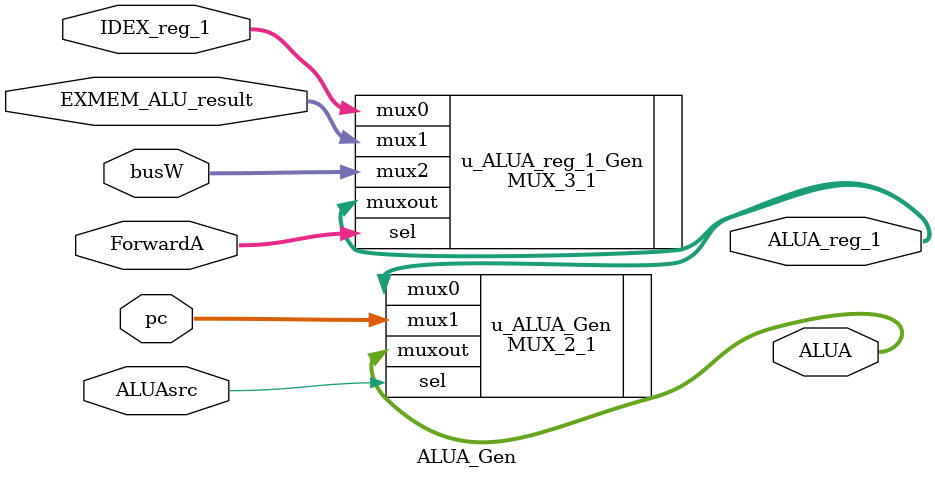
<source format=v>
`timescale 1ns / 1ps


module ALUA_Gen(
    input [31: 0] IDEX_reg_1,
    input [31: 0] EXMEM_ALU_result,
    input [31: 0] busW,
    input [31: 0] pc,
    input [1: 0] ForwardA,
    input ALUAsrc,
    output [31: 0] ALUA_reg_1,
    output [31: 0] ALUA
    );
    // wire [31: 0] ALUA_reg_1;
    MUX_3_1 u_ALUA_reg_1_Gen(
        .mux0    (IDEX_reg_1),
        .mux1    (EXMEM_ALU_result),
        .mux2    (busW),
        .sel     (ForwardA),
        .muxout  (ALUA_reg_1)
    );
    MUX_2_1 u_ALUA_Gen(
        .mux0    (ALUA_reg_1),
        .mux1    (pc),
        .sel     (ALUAsrc),
        .muxout  (ALUA)
    );
endmodule

</source>
